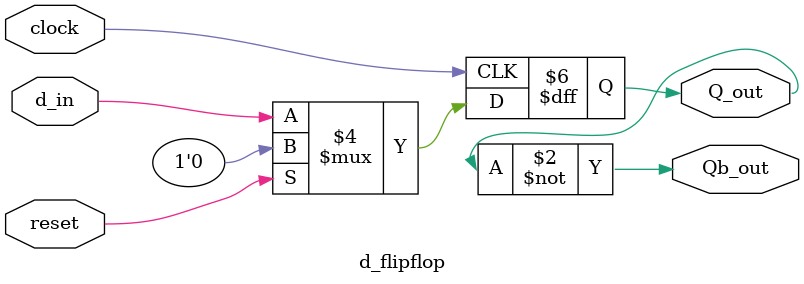
<source format=v>
module d_flipflop(
    input d_in,reset,clock,
    output reg Q_out, Qb_out
    );
    always @(posedge clock)
    begin
        if(reset)
        begin
            Q_out<=1'b0;
        end
        else
        begin
            Q_out<=d_in;
        end
    end
assign Qb_out=~Q_out;
endmodule

</source>
